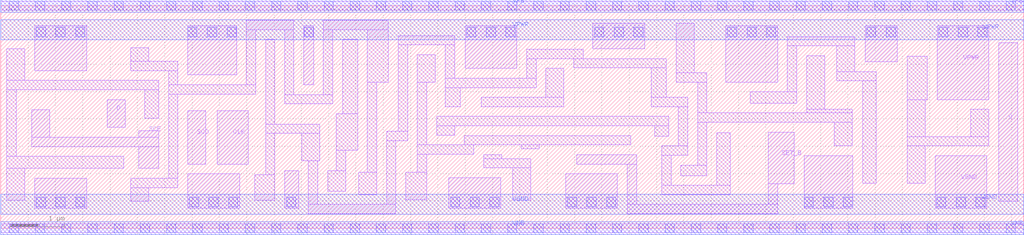
<source format=lef>
# Copyright 2020 The SkyWater PDK Authors
#
# Licensed under the Apache License, Version 2.0 (the "License");
# you may not use this file except in compliance with the License.
# You may obtain a copy of the License at
#
#     https://www.apache.org/licenses/LICENSE-2.0
#
# Unless required by applicable law or agreed to in writing, software
# distributed under the License is distributed on an "AS IS" BASIS,
# WITHOUT WARRANTIES OR CONDITIONS OF ANY KIND, either express or implied.
# See the License for the specific language governing permissions and
# limitations under the License.
#
# SPDX-License-Identifier: Apache-2.0

VERSION 5.7 ;
  NAMESCASESENSITIVE ON ;
  NOWIREEXTENSIONATPIN ON ;
  DIVIDERCHAR "/" ;
  BUSBITCHARS "[]" ;
UNITS
  DATABASE MICRONS 200 ;
END UNITS
MACRO sky130_fd_sc_hvl__sdfstp_1
  CLASS CORE ;
  SOURCE USER ;
  FOREIGN sky130_fd_sc_hvl__sdfstp_1 ;
  ORIGIN  0.000000  0.000000 ;
  SIZE  18.72000 BY  4.070000 ;
  SYMMETRY X Y ;
  SITE unithv ;
  PIN D
    ANTENNAGATEAREA  0.420000 ;
    DIRECTION INPUT ;
    USE SIGNAL ;
    PORT
      LAYER li1 ;
        RECT 1.945000 1.845000 2.275000 2.355000 ;
    END
  END D
  PIN Q
    ANTENNADIFFAREA  0.478750 ;
    DIRECTION OUTPUT ;
    USE SIGNAL ;
    PORT
      LAYER li1 ;
        RECT 18.260000 0.495000 18.610000 3.395000 ;
    END
  END Q
  PIN SCD
    ANTENNAGATEAREA  0.420000 ;
    DIRECTION INPUT ;
    USE SIGNAL ;
    PORT
      LAYER li1 ;
        RECT 3.420000 1.175000 3.750000 2.150000 ;
    END
  END SCD
  PIN SCE
    ANTENNAGATEAREA  0.840000 ;
    DIRECTION INPUT ;
    USE SIGNAL ;
    PORT
      LAYER li1 ;
        RECT 0.565000 1.495000 2.890000 1.665000 ;
        RECT 0.565000 1.665000 0.895000 2.165000 ;
        RECT 2.525000 1.095000 2.890000 1.495000 ;
        RECT 2.525000 1.665000 2.890000 1.780000 ;
    END
  END SCE
  PIN SET_B
    ANTENNAGATEAREA  0.840000 ;
    DIRECTION INPUT ;
    USE SIGNAL ;
    PORT
      LAYER li1 ;
        RECT 10.535000 1.175000 11.635000 1.345000 ;
        RECT 11.465000 0.265000 14.215000 0.435000 ;
        RECT 11.465000 0.435000 11.635000 1.175000 ;
        RECT 14.045000 0.435000 14.215000 0.810000 ;
        RECT 14.045000 0.810000 14.520000 1.760000 ;
    END
  END SET_B
  PIN CLK
    ANTENNAGATEAREA  0.585000 ;
    DIRECTION INPUT ;
    USE CLOCK ;
    PORT
      LAYER li1 ;
        RECT 3.965000 1.175000 4.525000 2.150000 ;
    END
  END CLK
  PIN VGND
    DIRECTION INOUT ;
    USE GROUND ;
    PORT
      LAYER li1 ;
        RECT  0.620000 0.365000  1.570000 0.915000 ;
        RECT  3.420000 0.365000  4.370000 0.995000 ;
        RECT  5.200000 0.365000  5.450000 1.055000 ;
        RECT  8.200000 0.365000  9.150000 0.925000 ;
        RECT 10.335000 0.365000 11.285000 0.995000 ;
        RECT 14.700000 0.365000 15.590000 1.325000 ;
        RECT 17.095000 0.365000 18.045000 1.325000 ;
      LAYER mcon ;
        RECT  0.650000 0.395000  0.820000 0.565000 ;
        RECT  1.010000 0.395000  1.180000 0.565000 ;
        RECT  1.370000 0.395000  1.540000 0.565000 ;
        RECT  3.450000 0.395000  3.620000 0.565000 ;
        RECT  3.810000 0.395000  3.980000 0.565000 ;
        RECT  4.170000 0.395000  4.340000 0.565000 ;
        RECT  5.230000 0.395000  5.400000 0.565000 ;
        RECT  8.230000 0.395000  8.400000 0.565000 ;
        RECT  8.590000 0.395000  8.760000 0.565000 ;
        RECT  8.950000 0.395000  9.120000 0.565000 ;
        RECT 10.365000 0.395000 10.535000 0.565000 ;
        RECT 10.725000 0.395000 10.895000 0.565000 ;
        RECT 11.085000 0.395000 11.255000 0.565000 ;
        RECT 14.700000 0.395000 14.870000 0.565000 ;
        RECT 15.060000 0.395000 15.230000 0.565000 ;
        RECT 15.420000 0.395000 15.590000 0.565000 ;
        RECT 17.125000 0.395000 17.295000 0.565000 ;
        RECT 17.485000 0.395000 17.655000 0.565000 ;
        RECT 17.845000 0.395000 18.015000 0.565000 ;
      LAYER met1 ;
        RECT 0.000000 0.255000 18.720000 0.625000 ;
    END
  END VGND
  PIN VNB
    DIRECTION INOUT ;
    USE GROUND ;
    PORT
      LAYER li1 ;
        RECT 0.000000 -0.085000 18.720000 0.085000 ;
      LAYER mcon ;
        RECT  0.155000 -0.085000  0.325000 0.085000 ;
        RECT  0.635000 -0.085000  0.805000 0.085000 ;
        RECT  1.115000 -0.085000  1.285000 0.085000 ;
        RECT  1.595000 -0.085000  1.765000 0.085000 ;
        RECT  2.075000 -0.085000  2.245000 0.085000 ;
        RECT  2.555000 -0.085000  2.725000 0.085000 ;
        RECT  3.035000 -0.085000  3.205000 0.085000 ;
        RECT  3.515000 -0.085000  3.685000 0.085000 ;
        RECT  3.995000 -0.085000  4.165000 0.085000 ;
        RECT  4.475000 -0.085000  4.645000 0.085000 ;
        RECT  4.955000 -0.085000  5.125000 0.085000 ;
        RECT  5.435000 -0.085000  5.605000 0.085000 ;
        RECT  5.915000 -0.085000  6.085000 0.085000 ;
        RECT  6.395000 -0.085000  6.565000 0.085000 ;
        RECT  6.875000 -0.085000  7.045000 0.085000 ;
        RECT  7.355000 -0.085000  7.525000 0.085000 ;
        RECT  7.835000 -0.085000  8.005000 0.085000 ;
        RECT  8.315000 -0.085000  8.485000 0.085000 ;
        RECT  8.795000 -0.085000  8.965000 0.085000 ;
        RECT  9.275000 -0.085000  9.445000 0.085000 ;
        RECT  9.755000 -0.085000  9.925000 0.085000 ;
        RECT 10.235000 -0.085000 10.405000 0.085000 ;
        RECT 10.715000 -0.085000 10.885000 0.085000 ;
        RECT 11.195000 -0.085000 11.365000 0.085000 ;
        RECT 11.675000 -0.085000 11.845000 0.085000 ;
        RECT 12.155000 -0.085000 12.325000 0.085000 ;
        RECT 12.635000 -0.085000 12.805000 0.085000 ;
        RECT 13.115000 -0.085000 13.285000 0.085000 ;
        RECT 13.595000 -0.085000 13.765000 0.085000 ;
        RECT 14.075000 -0.085000 14.245000 0.085000 ;
        RECT 14.555000 -0.085000 14.725000 0.085000 ;
        RECT 15.035000 -0.085000 15.205000 0.085000 ;
        RECT 15.515000 -0.085000 15.685000 0.085000 ;
        RECT 15.995000 -0.085000 16.165000 0.085000 ;
        RECT 16.475000 -0.085000 16.645000 0.085000 ;
        RECT 16.955000 -0.085000 17.125000 0.085000 ;
        RECT 17.435000 -0.085000 17.605000 0.085000 ;
        RECT 17.915000 -0.085000 18.085000 0.085000 ;
        RECT 18.395000 -0.085000 18.565000 0.085000 ;
      LAYER met1 ;
        RECT 0.000000 -0.115000 18.720000 0.115000 ;
    END
  END VNB
  PIN VPB
    DIRECTION INOUT ;
    USE POWER ;
    PORT
      LAYER li1 ;
        RECT 0.000000 3.985000 18.720000 4.155000 ;
      LAYER mcon ;
        RECT  0.155000 3.985000  0.325000 4.155000 ;
        RECT  0.635000 3.985000  0.805000 4.155000 ;
        RECT  1.115000 3.985000  1.285000 4.155000 ;
        RECT  1.595000 3.985000  1.765000 4.155000 ;
        RECT  2.075000 3.985000  2.245000 4.155000 ;
        RECT  2.555000 3.985000  2.725000 4.155000 ;
        RECT  3.035000 3.985000  3.205000 4.155000 ;
        RECT  3.515000 3.985000  3.685000 4.155000 ;
        RECT  3.995000 3.985000  4.165000 4.155000 ;
        RECT  4.475000 3.985000  4.645000 4.155000 ;
        RECT  4.955000 3.985000  5.125000 4.155000 ;
        RECT  5.435000 3.985000  5.605000 4.155000 ;
        RECT  5.915000 3.985000  6.085000 4.155000 ;
        RECT  6.395000 3.985000  6.565000 4.155000 ;
        RECT  6.875000 3.985000  7.045000 4.155000 ;
        RECT  7.355000 3.985000  7.525000 4.155000 ;
        RECT  7.835000 3.985000  8.005000 4.155000 ;
        RECT  8.315000 3.985000  8.485000 4.155000 ;
        RECT  8.795000 3.985000  8.965000 4.155000 ;
        RECT  9.275000 3.985000  9.445000 4.155000 ;
        RECT  9.755000 3.985000  9.925000 4.155000 ;
        RECT 10.235000 3.985000 10.405000 4.155000 ;
        RECT 10.715000 3.985000 10.885000 4.155000 ;
        RECT 11.195000 3.985000 11.365000 4.155000 ;
        RECT 11.675000 3.985000 11.845000 4.155000 ;
        RECT 12.155000 3.985000 12.325000 4.155000 ;
        RECT 12.635000 3.985000 12.805000 4.155000 ;
        RECT 13.115000 3.985000 13.285000 4.155000 ;
        RECT 13.595000 3.985000 13.765000 4.155000 ;
        RECT 14.075000 3.985000 14.245000 4.155000 ;
        RECT 14.555000 3.985000 14.725000 4.155000 ;
        RECT 15.035000 3.985000 15.205000 4.155000 ;
        RECT 15.515000 3.985000 15.685000 4.155000 ;
        RECT 15.995000 3.985000 16.165000 4.155000 ;
        RECT 16.475000 3.985000 16.645000 4.155000 ;
        RECT 16.955000 3.985000 17.125000 4.155000 ;
        RECT 17.435000 3.985000 17.605000 4.155000 ;
        RECT 17.915000 3.985000 18.085000 4.155000 ;
        RECT 18.395000 3.985000 18.565000 4.155000 ;
      LAYER met1 ;
        RECT 0.000000 3.955000 18.720000 4.185000 ;
    END
  END VPB
  PIN VPWR
    DIRECTION INOUT ;
    USE POWER ;
    PORT
      LAYER li1 ;
        RECT  0.620000 2.885000  1.570000 3.705000 ;
        RECT  3.420000 2.805000  4.315000 3.705000 ;
        RECT  5.545000 2.625000  5.725000 3.705000 ;
        RECT  8.495000 2.925000  9.445000 3.705000 ;
        RECT 10.835000 3.285000 11.785000 3.755000 ;
        RECT 13.265000 2.675000 14.215000 3.705000 ;
        RECT 15.815000 3.045000 16.405000 3.705000 ;
        RECT 17.135000 2.355000 18.080000 3.705000 ;
      LAYER mcon ;
        RECT  0.650000 3.505000  0.820000 3.675000 ;
        RECT  1.010000 3.505000  1.180000 3.675000 ;
        RECT  1.370000 3.505000  1.540000 3.675000 ;
        RECT  3.420000 3.505000  3.590000 3.675000 ;
        RECT  3.780000 3.505000  3.950000 3.675000 ;
        RECT  4.140000 3.505000  4.310000 3.675000 ;
        RECT  5.550000 3.505000  5.720000 3.675000 ;
        RECT  8.525000 3.505000  8.695000 3.675000 ;
        RECT  8.885000 3.505000  9.055000 3.675000 ;
        RECT  9.245000 3.505000  9.415000 3.675000 ;
        RECT 10.865000 3.505000 11.035000 3.675000 ;
        RECT 11.225000 3.505000 11.395000 3.675000 ;
        RECT 11.585000 3.505000 11.755000 3.675000 ;
        RECT 13.295000 3.505000 13.465000 3.675000 ;
        RECT 13.655000 3.505000 13.825000 3.675000 ;
        RECT 14.015000 3.505000 14.185000 3.675000 ;
        RECT 15.845000 3.505000 16.015000 3.675000 ;
        RECT 16.205000 3.505000 16.375000 3.675000 ;
        RECT 17.160000 3.505000 17.330000 3.675000 ;
        RECT 17.520000 3.505000 17.690000 3.675000 ;
        RECT 17.880000 3.505000 18.050000 3.675000 ;
      LAYER met1 ;
        RECT 0.000000 3.445000 18.720000 3.815000 ;
    END
  END VPWR
  OBS
    LAYER li1 ;
      RECT  0.110000 0.515000  0.440000 1.095000 ;
      RECT  0.110000 1.095000  2.255000 1.315000 ;
      RECT  0.110000 1.315000  0.280000 2.535000 ;
      RECT  0.110000 2.535000  2.890000 2.705000 ;
      RECT  0.110000 2.705000  0.440000 3.285000 ;
      RECT  2.380000 0.495000  2.710000 0.745000 ;
      RECT  2.380000 0.745000  3.240000 0.915000 ;
      RECT  2.380000 2.885000  3.240000 3.055000 ;
      RECT  2.380000 3.055000  2.710000 3.305000 ;
      RECT  2.635000 2.015000  2.890000 2.535000 ;
      RECT  3.070000 0.915000  3.240000 2.455000 ;
      RECT  3.070000 2.455000  4.665000 2.625000 ;
      RECT  3.070000 2.625000  3.240000 2.885000 ;
      RECT  4.495000 2.625000  4.665000 3.635000 ;
      RECT  4.495000 3.635000  5.365000 3.805000 ;
      RECT  4.650000 0.515000  5.015000 0.975000 ;
      RECT  4.845000 0.975000  5.015000 1.735000 ;
      RECT  4.845000 1.735000  5.835000 1.905000 ;
      RECT  4.845000 1.905000  5.015000 3.455000 ;
      RECT  5.195000 2.275000  6.075000 2.445000 ;
      RECT  5.195000 2.445000  5.365000 3.635000 ;
      RECT  5.505000 1.235000  5.835000 1.735000 ;
      RECT  5.630000 0.265000  7.230000 0.435000 ;
      RECT  5.630000 0.435000  5.800000 1.235000 ;
      RECT  5.905000 2.445000  6.075000 3.635000 ;
      RECT  5.905000 3.635000  7.095000 3.805000 ;
      RECT  5.980000 0.675000  6.310000 1.055000 ;
      RECT  6.140000 1.055000  6.310000 1.425000 ;
      RECT  6.140000 1.425000  6.530000 2.095000 ;
      RECT  6.255000 2.095000  6.530000 3.455000 ;
      RECT  6.550000 0.615000  6.880000 1.025000 ;
      RECT  6.710000 1.025000  6.880000 2.675000 ;
      RECT  6.710000 2.675000  7.095000 3.635000 ;
      RECT  7.060000 0.435000  7.230000 1.605000 ;
      RECT  7.060000 1.605000  7.445000 1.775000 ;
      RECT  7.275000 1.775000  7.445000 3.355000 ;
      RECT  7.275000 3.355000  8.305000 3.525000 ;
      RECT  7.410000 0.525000  7.795000 1.025000 ;
      RECT  7.625000 1.025000  7.795000 1.355000 ;
      RECT  7.625000 1.355000  8.655000 1.525000 ;
      RECT  7.625000 1.525000  7.795000 2.675000 ;
      RECT  7.625000 2.675000  7.955000 3.175000 ;
      RECT  7.975000 1.705000  8.305000 1.875000 ;
      RECT  7.975000 1.875000 12.220000 2.045000 ;
      RECT  8.135000 2.225000  8.410000 2.575000 ;
      RECT  8.135000 2.575000  9.795000 2.745000 ;
      RECT  8.135000 2.745000  8.305000 3.355000 ;
      RECT  8.485000 1.525000 11.525000 1.695000 ;
      RECT  8.790000 2.225000 10.305000 2.395000 ;
      RECT  8.835000 1.105000  9.700000 1.275000 ;
      RECT  8.835000 1.275000  9.165000 1.345000 ;
      RECT  9.370000 0.515000  9.700000 1.105000 ;
      RECT  9.520000 1.455000  9.850000 1.525000 ;
      RECT  9.625000 2.745000  9.795000 3.105000 ;
      RECT  9.625000 3.105000 10.655000 3.275000 ;
      RECT  9.975000 2.395000 10.305000 2.925000 ;
      RECT 10.485000 2.935000 12.180000 3.105000 ;
      RECT 11.905000 2.225000 12.570000 2.395000 ;
      RECT 11.905000 2.395000 12.180000 2.935000 ;
      RECT 11.970000 1.685000 12.220000 1.875000 ;
      RECT 12.095000 0.615000 13.350000 0.785000 ;
      RECT 12.095000 0.785000 12.265000 1.335000 ;
      RECT 12.095000 1.335000 12.570000 1.505000 ;
      RECT 12.360000 2.675000 12.920000 2.845000 ;
      RECT 12.360000 2.845000 12.690000 3.755000 ;
      RECT 12.400000 1.505000 12.570000 2.225000 ;
      RECT 12.445000 0.965000 12.920000 1.155000 ;
      RECT 12.750000 1.155000 12.920000 1.940000 ;
      RECT 12.750000 1.940000 15.585000 2.110000 ;
      RECT 12.750000 2.110000 12.920000 2.675000 ;
      RECT 13.100000 0.785000 13.350000 1.745000 ;
      RECT 13.710000 2.290000 14.565000 2.495000 ;
      RECT 14.395000 2.495000 14.565000 3.335000 ;
      RECT 14.395000 3.335000 15.625000 3.505000 ;
      RECT 14.745000 2.110000 15.585000 2.175000 ;
      RECT 14.745000 2.175000 15.075000 3.155000 ;
      RECT 15.255000 1.505000 15.585000 1.940000 ;
      RECT 15.295000 2.695000 16.020000 2.865000 ;
      RECT 15.295000 2.865000 15.625000 3.335000 ;
      RECT 15.770000 0.825000 16.020000 2.695000 ;
      RECT 16.585000 0.825000 16.915000 1.505000 ;
      RECT 16.585000 1.505000 18.080000 1.675000 ;
      RECT 16.585000 1.675000 16.915000 2.355000 ;
      RECT 16.585000 2.355000 16.955000 3.145000 ;
      RECT 17.750000 1.675000 18.080000 2.175000 ;
  END
END sky130_fd_sc_hvl__sdfstp_1

</source>
